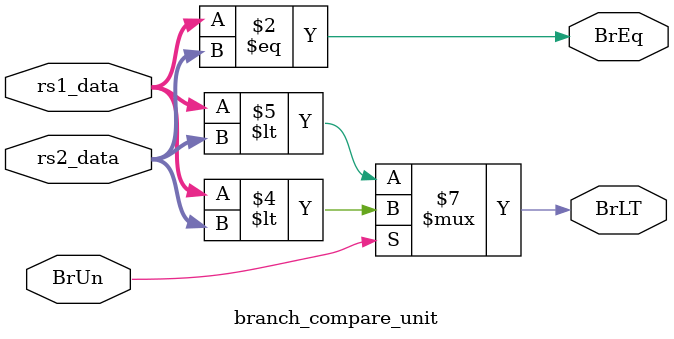
<source format=v>
module branch_compare_unit(
    input wire [31:0] rs1_data,
    input wire [31:0] rs2_data,
    input wire BrUn,
    output reg BrEq,
    output reg BrLT
);

always@(*)
begin 
    BrEq = rs1_data == rs2_data;
    if (BrUn==1'b1)
        BrLT = (rs1_data < rs2_data);
    else 
        BrLT = ($signed(rs1_data) < $signed(rs2_data));
end

endmodule
</source>
